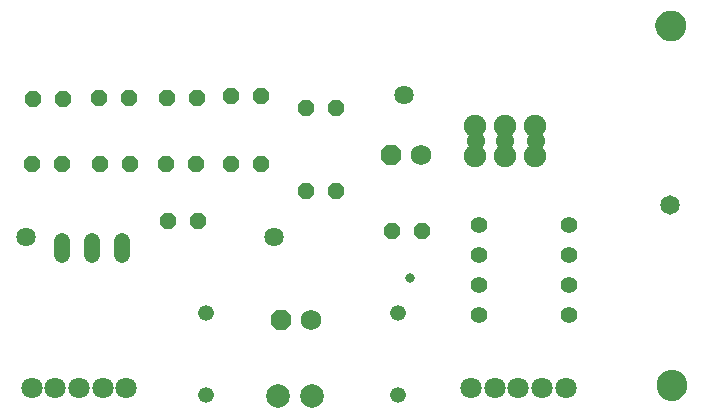
<source format=gbs>
G75*
%MOIN*%
%OFA0B0*%
%FSLAX25Y25*%
%IPPOS*%
%LPD*%
%AMOC8*
5,1,8,0,0,1.08239X$1,22.5*
%
%ADD10C,0.06406*%
%ADD11OC8,0.06800*%
%ADD12C,0.06800*%
%ADD13OC8,0.05300*%
%ADD14C,0.05500*%
%ADD15C,0.07900*%
%ADD16C,0.05300*%
%ADD17C,0.07500*%
%ADD18C,0.07000*%
%ADD19C,0.06500*%
%ADD20C,0.05224*%
%ADD21C,0.07100*%
%ADD22C,0.03200*%
%ADD23C,0.06100*%
D10*
X0021433Y0072555D03*
X0104110Y0072555D03*
X0147417Y0119799D03*
D11*
X0142988Y0099878D03*
X0106394Y0044917D03*
D12*
X0116394Y0044917D03*
X0152988Y0099878D03*
D13*
X0124760Y0088028D03*
X0114760Y0088028D03*
X0099602Y0096768D03*
X0089602Y0096768D03*
X0077969Y0096768D03*
X0067969Y0096768D03*
X0055823Y0096768D03*
X0045823Y0096768D03*
X0033382Y0096768D03*
X0023382Y0096768D03*
X0023579Y0118500D03*
X0033579Y0118500D03*
X0045705Y0118835D03*
X0055705Y0118835D03*
X0068283Y0118972D03*
X0078283Y0118972D03*
X0089720Y0119406D03*
X0099720Y0119406D03*
X0114622Y0115665D03*
X0124622Y0115665D03*
X0078480Y0077870D03*
X0068480Y0077870D03*
X0143382Y0074425D03*
X0153382Y0074425D03*
D14*
X0172378Y0076610D03*
X0172378Y0066610D03*
X0172378Y0056610D03*
X0172378Y0046610D03*
X0202378Y0046610D03*
X0202378Y0056610D03*
X0202378Y0066610D03*
X0202378Y0076610D03*
D15*
X0116720Y0019465D03*
X0105320Y0019465D03*
D16*
X0053402Y0066435D02*
X0053402Y0071235D01*
X0043402Y0071235D02*
X0043402Y0066435D01*
X0033402Y0066435D02*
X0033402Y0071235D01*
D17*
X0171138Y0099652D03*
X0181138Y0099652D03*
X0191138Y0099652D03*
X0191138Y0109652D03*
X0181138Y0109652D03*
X0171138Y0109652D03*
D18*
X0234478Y0143047D02*
X0234480Y0143126D01*
X0234486Y0143206D01*
X0234496Y0143285D01*
X0234510Y0143363D01*
X0234528Y0143440D01*
X0234549Y0143517D01*
X0234575Y0143592D01*
X0234604Y0143666D01*
X0234637Y0143738D01*
X0234674Y0143809D01*
X0234714Y0143877D01*
X0234757Y0143944D01*
X0234804Y0144008D01*
X0234854Y0144070D01*
X0234907Y0144129D01*
X0234962Y0144186D01*
X0235021Y0144239D01*
X0235082Y0144290D01*
X0235146Y0144338D01*
X0235212Y0144382D01*
X0235280Y0144423D01*
X0235350Y0144460D01*
X0235422Y0144494D01*
X0235496Y0144524D01*
X0235570Y0144551D01*
X0235647Y0144573D01*
X0235724Y0144592D01*
X0235802Y0144607D01*
X0235881Y0144618D01*
X0235960Y0144625D01*
X0236039Y0144628D01*
X0236119Y0144627D01*
X0236198Y0144622D01*
X0236277Y0144613D01*
X0236355Y0144600D01*
X0236433Y0144583D01*
X0236510Y0144562D01*
X0236585Y0144538D01*
X0236659Y0144510D01*
X0236732Y0144478D01*
X0236803Y0144442D01*
X0236872Y0144403D01*
X0236939Y0144360D01*
X0237004Y0144314D01*
X0237067Y0144265D01*
X0237127Y0144213D01*
X0237184Y0144158D01*
X0237238Y0144100D01*
X0237290Y0144039D01*
X0237338Y0143976D01*
X0237383Y0143911D01*
X0237425Y0143843D01*
X0237463Y0143774D01*
X0237498Y0143702D01*
X0237529Y0143629D01*
X0237556Y0143554D01*
X0237580Y0143479D01*
X0237600Y0143402D01*
X0237616Y0143324D01*
X0237628Y0143245D01*
X0237636Y0143166D01*
X0237640Y0143087D01*
X0237640Y0143007D01*
X0237636Y0142928D01*
X0237628Y0142849D01*
X0237616Y0142770D01*
X0237600Y0142692D01*
X0237580Y0142615D01*
X0237556Y0142540D01*
X0237529Y0142465D01*
X0237498Y0142392D01*
X0237463Y0142320D01*
X0237425Y0142251D01*
X0237383Y0142183D01*
X0237338Y0142118D01*
X0237290Y0142055D01*
X0237238Y0141994D01*
X0237184Y0141936D01*
X0237127Y0141881D01*
X0237067Y0141829D01*
X0237004Y0141780D01*
X0236939Y0141734D01*
X0236872Y0141691D01*
X0236803Y0141652D01*
X0236732Y0141616D01*
X0236659Y0141584D01*
X0236585Y0141556D01*
X0236510Y0141532D01*
X0236433Y0141511D01*
X0236355Y0141494D01*
X0236277Y0141481D01*
X0236198Y0141472D01*
X0236119Y0141467D01*
X0236039Y0141466D01*
X0235960Y0141469D01*
X0235881Y0141476D01*
X0235802Y0141487D01*
X0235724Y0141502D01*
X0235647Y0141521D01*
X0235570Y0141543D01*
X0235496Y0141570D01*
X0235422Y0141600D01*
X0235350Y0141634D01*
X0235280Y0141671D01*
X0235212Y0141712D01*
X0235146Y0141756D01*
X0235082Y0141804D01*
X0235021Y0141855D01*
X0234962Y0141908D01*
X0234907Y0141965D01*
X0234854Y0142024D01*
X0234804Y0142086D01*
X0234757Y0142150D01*
X0234714Y0142217D01*
X0234674Y0142285D01*
X0234637Y0142356D01*
X0234604Y0142428D01*
X0234575Y0142502D01*
X0234549Y0142577D01*
X0234528Y0142654D01*
X0234510Y0142731D01*
X0234496Y0142809D01*
X0234486Y0142888D01*
X0234480Y0142968D01*
X0234478Y0143047D01*
X0234872Y0023205D02*
X0234874Y0023284D01*
X0234880Y0023364D01*
X0234890Y0023443D01*
X0234904Y0023521D01*
X0234922Y0023598D01*
X0234943Y0023675D01*
X0234969Y0023750D01*
X0234998Y0023824D01*
X0235031Y0023896D01*
X0235068Y0023967D01*
X0235108Y0024035D01*
X0235151Y0024102D01*
X0235198Y0024166D01*
X0235248Y0024228D01*
X0235301Y0024287D01*
X0235356Y0024344D01*
X0235415Y0024397D01*
X0235476Y0024448D01*
X0235540Y0024496D01*
X0235606Y0024540D01*
X0235674Y0024581D01*
X0235744Y0024618D01*
X0235816Y0024652D01*
X0235890Y0024682D01*
X0235964Y0024709D01*
X0236041Y0024731D01*
X0236118Y0024750D01*
X0236196Y0024765D01*
X0236275Y0024776D01*
X0236354Y0024783D01*
X0236433Y0024786D01*
X0236513Y0024785D01*
X0236592Y0024780D01*
X0236671Y0024771D01*
X0236749Y0024758D01*
X0236827Y0024741D01*
X0236904Y0024720D01*
X0236979Y0024696D01*
X0237053Y0024668D01*
X0237126Y0024636D01*
X0237197Y0024600D01*
X0237266Y0024561D01*
X0237333Y0024518D01*
X0237398Y0024472D01*
X0237461Y0024423D01*
X0237521Y0024371D01*
X0237578Y0024316D01*
X0237632Y0024258D01*
X0237684Y0024197D01*
X0237732Y0024134D01*
X0237777Y0024069D01*
X0237819Y0024001D01*
X0237857Y0023932D01*
X0237892Y0023860D01*
X0237923Y0023787D01*
X0237950Y0023712D01*
X0237974Y0023637D01*
X0237994Y0023560D01*
X0238010Y0023482D01*
X0238022Y0023403D01*
X0238030Y0023324D01*
X0238034Y0023245D01*
X0238034Y0023165D01*
X0238030Y0023086D01*
X0238022Y0023007D01*
X0238010Y0022928D01*
X0237994Y0022850D01*
X0237974Y0022773D01*
X0237950Y0022698D01*
X0237923Y0022623D01*
X0237892Y0022550D01*
X0237857Y0022478D01*
X0237819Y0022409D01*
X0237777Y0022341D01*
X0237732Y0022276D01*
X0237684Y0022213D01*
X0237632Y0022152D01*
X0237578Y0022094D01*
X0237521Y0022039D01*
X0237461Y0021987D01*
X0237398Y0021938D01*
X0237333Y0021892D01*
X0237266Y0021849D01*
X0237197Y0021810D01*
X0237126Y0021774D01*
X0237053Y0021742D01*
X0236979Y0021714D01*
X0236904Y0021690D01*
X0236827Y0021669D01*
X0236749Y0021652D01*
X0236671Y0021639D01*
X0236592Y0021630D01*
X0236513Y0021625D01*
X0236433Y0021624D01*
X0236354Y0021627D01*
X0236275Y0021634D01*
X0236196Y0021645D01*
X0236118Y0021660D01*
X0236041Y0021679D01*
X0235964Y0021701D01*
X0235890Y0021728D01*
X0235816Y0021758D01*
X0235744Y0021792D01*
X0235674Y0021829D01*
X0235606Y0021870D01*
X0235540Y0021914D01*
X0235476Y0021962D01*
X0235415Y0022013D01*
X0235356Y0022066D01*
X0235301Y0022123D01*
X0235248Y0022182D01*
X0235198Y0022244D01*
X0235151Y0022308D01*
X0235108Y0022375D01*
X0235068Y0022443D01*
X0235031Y0022514D01*
X0234998Y0022586D01*
X0234969Y0022660D01*
X0234943Y0022735D01*
X0234922Y0022812D01*
X0234904Y0022889D01*
X0234890Y0022967D01*
X0234880Y0023046D01*
X0234874Y0023126D01*
X0234872Y0023205D01*
D19*
X0236059Y0083126D03*
D20*
X0145449Y0047358D03*
X0145449Y0019799D03*
X0081472Y0019799D03*
X0081472Y0047358D03*
D21*
X0023264Y0022181D03*
X0031138Y0022181D03*
X0039012Y0022181D03*
X0046886Y0022181D03*
X0054760Y0022181D03*
X0169701Y0022181D03*
X0177575Y0022181D03*
X0185449Y0022181D03*
X0193323Y0022181D03*
X0201197Y0022181D03*
D22*
X0149386Y0058776D03*
D23*
X0171177Y0104563D03*
X0181138Y0104661D03*
X0191177Y0104661D03*
M02*

</source>
